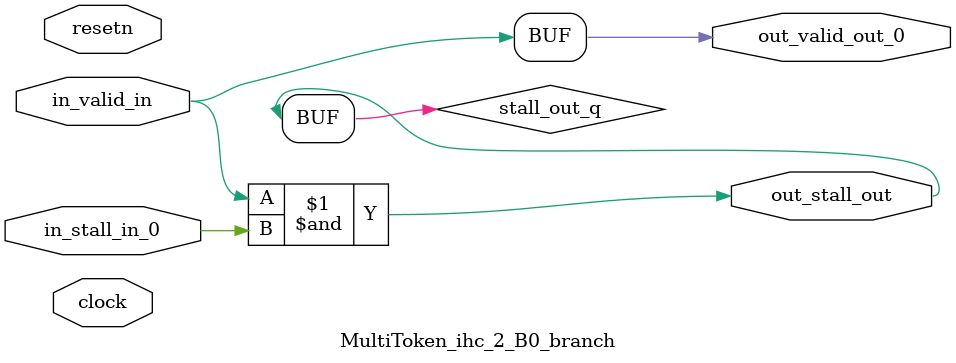
<source format=sv>



(* altera_attribute = "-name AUTO_SHIFT_REGISTER_RECOGNITION OFF; -name MESSAGE_DISABLE 10036; -name MESSAGE_DISABLE 10037; -name MESSAGE_DISABLE 14130; -name MESSAGE_DISABLE 14320; -name MESSAGE_DISABLE 15400; -name MESSAGE_DISABLE 14130; -name MESSAGE_DISABLE 10036; -name MESSAGE_DISABLE 12020; -name MESSAGE_DISABLE 12030; -name MESSAGE_DISABLE 12010; -name MESSAGE_DISABLE 12110; -name MESSAGE_DISABLE 14320; -name MESSAGE_DISABLE 13410; -name MESSAGE_DISABLE 113007; -name MESSAGE_DISABLE 10958" *)
module MultiToken_ihc_2_B0_branch (
    input wire [0:0] in_stall_in_0,
    input wire [0:0] in_valid_in,
    output wire [0:0] out_stall_out,
    output wire [0:0] out_valid_out_0,
    input wire clock,
    input wire resetn
    );

    wire [0:0] stall_out_q;


    // stall_out(LOGICAL,6)
    assign stall_out_q = in_valid_in & in_stall_in_0;

    // out_stall_out(GPOUT,4)
    assign out_stall_out = stall_out_q;

    // out_valid_out_0(GPOUT,5)
    assign out_valid_out_0 = in_valid_in;

endmodule

</source>
